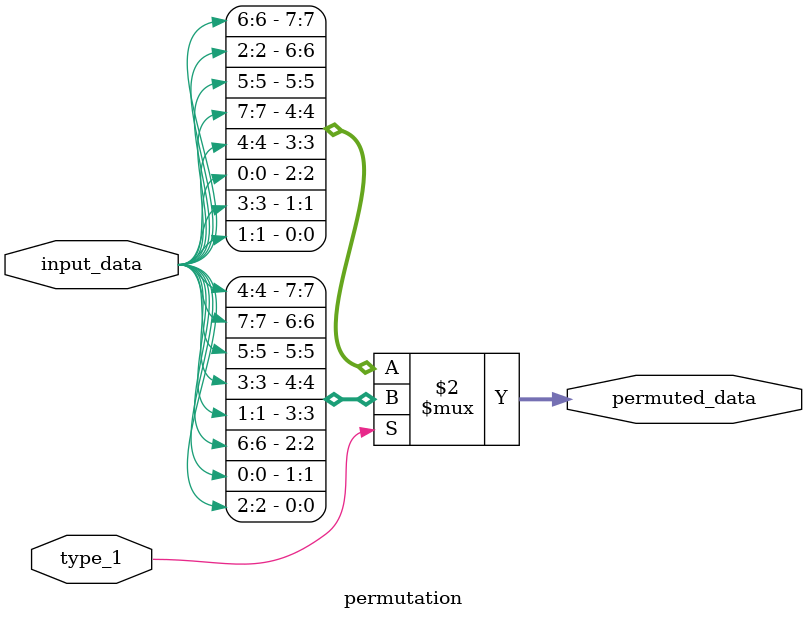
<source format=sv>
module permutation(
    input wire [7:0] input_data,
    output wire [7:0] permuted_data,
    input type_1  // 0 for IP, 1 for FP
);
  assign permuted_data = (type_1==0) ? {input_data[6], input_data[2], input_data[5], input_data[7], input_data[4], input_data[0], input_data[3], input_data[1]} :
                                   {input_data[4], input_data[7], input_data[5], input_data[3], input_data[1], input_data[6], input_data[0], input_data[2]};
endmodule



</source>
